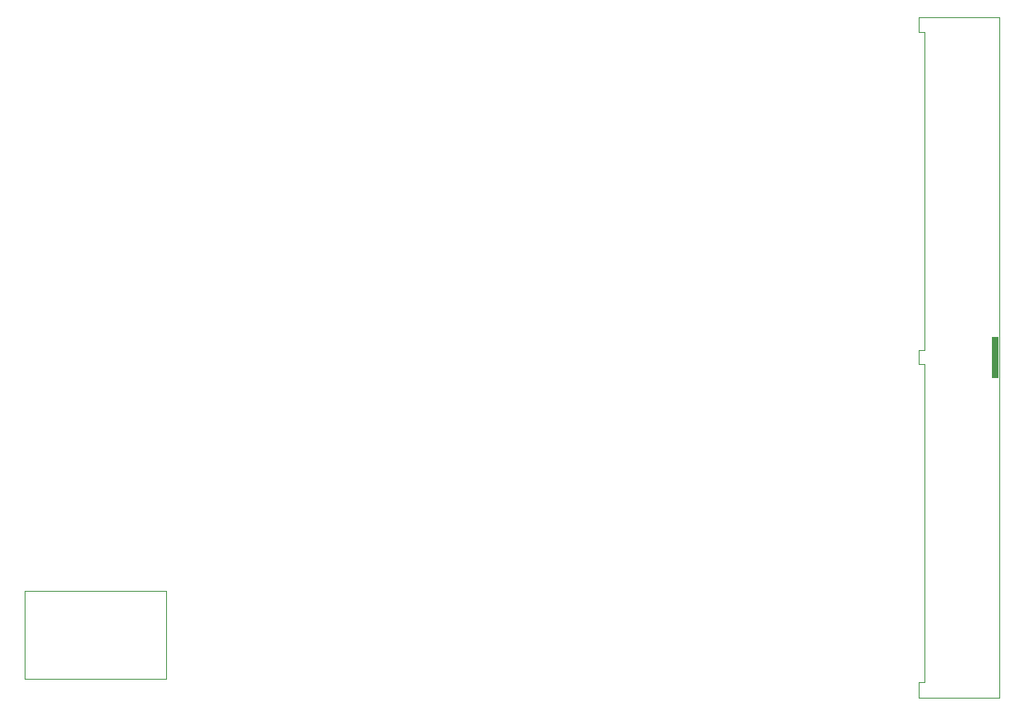
<source format=gbr>
G04*
G04 #@! TF.GenerationSoftware,Altium Limited,Altium Designer,24.2.2 (26)*
G04*
G04 Layer_Color=32768*
%FSLAX44Y44*%
%MOMM*%
G71*
G04*
G04 #@! TF.SameCoordinates,251A4116-46B9-4EB5-9C36-AF9AACF17162*
G04*
G04*
G04 #@! TF.FilePolarity,Positive*
G04*
G01*
G75*
%ADD21R,0.8000X4.2000*%
%ADD104C,0.1000*%
D21*
X979379Y425451D02*
D03*
D104*
X125360Y94440D02*
Y184440D01*
X-19640Y94440D02*
X125360D01*
X-19640D02*
Y184440D01*
X125360D01*
X983380Y74950D02*
Y775950D01*
X900380Y74950D02*
X983380D01*
X900380D02*
Y90450D01*
X906380D01*
Y418450D01*
X900380Y432450D02*
X906380D01*
X900380Y418450D02*
Y432450D01*
Y418450D02*
X900380Y418450D01*
X906380D01*
X906380Y432450D02*
Y760450D01*
X900380Y775950D02*
X983380D01*
X900380Y760450D02*
X906380D01*
X900380D02*
Y775950D01*
M02*

</source>
